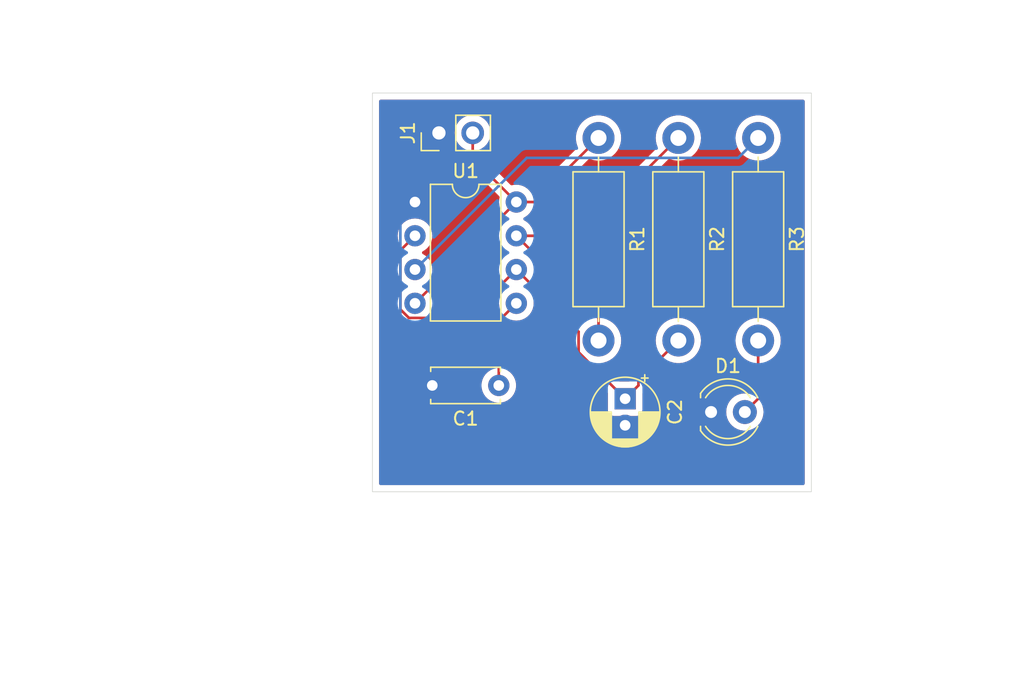
<source format=kicad_pcb>
(kicad_pcb (version 20240108) (generator "pcbnew") (generator_version "8.0")
  (layers (0 "F.Cu" signal) (31 "B.Cu" signal) (34 "B.Paste" user) (35 "F.Paste" user) (36 "B.SilkS" user "B.Silkscreen") (37 "F.SilkS" user "F.Silkscreen") (38 "B.Mask" user) (39 "F.Mask" user) (44 "Edge.Cuts" user))
  (net 0 "")
  (net 1 "GND")
  (net 2 "Net-(U1-CV)")
  (net 3 "Net-(U1-THR)")
  (net 4 "Net-(D1-A)")
  (net 5 "VCC")
  (net 6 "/DIS")
  (net 7 "Net-(U1-Q)")
  (footprint "Package_DIP:DIP-8_W7.62mm" (layer "F.Cu") (at 159.2 97.2)
    (property "Reference" "U1" (at 3.81 -2.33 0) (layer "F.SilkS"))
    (property "Value" "LM555xN")
    (fp_line (start 1.16 -1.33) (end 1.16 8.95) (stroke (width 0.12)) (layer "F.SilkS"))
    (fp_line (start 1.16 8.95) (end 6.46 8.95) (stroke (width 0.12)) (layer "F.SilkS"))
    (fp_line (start 2.81 -1.33) (end 1.16 -1.33) (stroke (width 0.12)) (layer "F.SilkS"))
    (fp_line (start 6.46 -1.33) (end 4.81 -1.33) (stroke (width 0.12)) (layer "F.SilkS"))
    (fp_line (start 6.46 8.95) (end 6.46 -1.33) (stroke (width 0.12)) (layer "F.SilkS"))
    (fp_arc (start 4.81 -1.33) (mid 3.81 -0.33) (end 2.81 -1.33) (stroke (width 0.12)) (layer "F.SilkS"))
    (pad "1" thru_hole rect (at 0 0) (size 1.6 1.6) (drill 0.8) (layers "*.Cu" "*.Mask") (net 1 "GND"))
    (pad "2" thru_hole oval (at 0 2.54) (size 1.6 1.6) (drill 0.8) (layers "*.Cu" "*.Mask") (net 3 "Net-(U1-THR)"))
    (pad "3" thru_hole oval (at 0 5.08) (size 1.6 1.6) (drill 0.8) (layers "*.Cu" "*.Mask") (net 7 "Net-(U1-Q)"))
    (pad "4" thru_hole oval (at 0 7.62) (size 1.6 1.6) (drill 0.8) (layers "*.Cu" "*.Mask") (net 5 "VCC"))
    (pad "5" thru_hole oval (at 7.62 7.62) (size 1.6 1.6) (drill 0.8) (layers "*.Cu" "*.Mask") (net 2 "Net-(U1-CV)"))
    (pad "6" thru_hole oval (at 7.62 5.08) (size 1.6 1.6) (drill 0.8) (layers "*.Cu" "*.Mask") (net 3 "Net-(U1-THR)"))
    (pad "7" thru_hole oval (at 7.62 2.54) (size 1.6 1.6) (drill 0.8) (layers "*.Cu" "*.Mask") (net 6 "/DIS"))
    (pad "8" thru_hole oval (at 7.62 0) (size 1.6 1.6) (drill 0.8) (layers "*.Cu" "*.Mask") (net 5 "VCC"))
  )
  (footprint "Resistor_THT:R_Axial_DIN0411_L9.9mm_D3.6mm_P15.24mm_Horizontal" (layer "F.Cu") (at 173 92.38 -90)
    (property "Reference" "R1" (at 7.62 -2.92 90) (layer "F.SilkS"))
    (property "Value" "R_US")
    (fp_line (start 2.55 1.92) (end 12.69 1.92) (stroke (width 0.12)) (layer "F.SilkS"))
    (fp_line (start 12.69 1.92) (end 12.69 -1.92) (stroke (width 0.12)) (layer "F.SilkS"))
    (fp_line (start 1.44 0) (end 2.55 0) (stroke (width 0.12)) (layer "F.SilkS"))
    (fp_line (start 13.8 0) (end 12.69 0) (stroke (width 0.12)) (layer "F.SilkS"))
    (fp_line (start 2.55 -1.92) (end 2.55 1.92) (stroke (width 0.12)) (layer "F.SilkS"))
    (fp_line (start 12.69 -1.92) (end 2.55 -1.92) (stroke (width 0.12)) (layer "F.SilkS"))
    (pad "1" thru_hole circle (at 0 0 270) (size 2.4 2.4) (drill 1.2) (layers "*.Cu" "*.Mask") (net 5 "VCC"))
    (pad "2" thru_hole oval (at 15.24 0 270) (size 2.4 2.4) (drill 1.2) (layers "*.Cu" "*.Mask") (net 6 "/DIS"))
  )
  (footprint "Resistor_THT:R_Axial_DIN0411_L9.9mm_D3.6mm_P15.24mm_Horizontal" (layer "F.Cu") (at 185 92.38 -90)
    (property "Reference" "R3" (at 7.62 -2.92 90) (layer "F.SilkS"))
    (property "Value" "R_US")
    (fp_line (start 2.55 1.92) (end 12.69 1.92) (stroke (width 0.12)) (layer "F.SilkS"))
    (fp_line (start 12.69 1.92) (end 12.69 -1.92) (stroke (width 0.12)) (layer "F.SilkS"))
    (fp_line (start 1.44 0) (end 2.55 0) (stroke (width 0.12)) (layer "F.SilkS"))
    (fp_line (start 13.8 0) (end 12.69 0) (stroke (width 0.12)) (layer "F.SilkS"))
    (fp_line (start 2.55 -1.92) (end 2.55 1.92) (stroke (width 0.12)) (layer "F.SilkS"))
    (fp_line (start 12.69 -1.92) (end 2.55 -1.92) (stroke (width 0.12)) (layer "F.SilkS"))
    (pad "1" thru_hole circle (at 0 0 270) (size 2.4 2.4) (drill 1.2) (layers "*.Cu" "*.Mask") (net 7 "Net-(U1-Q)"))
    (pad "2" thru_hole oval (at 15.24 0 270) (size 2.4 2.4) (drill 1.2) (layers "*.Cu" "*.Mask") (net 4 "Net-(D1-A)"))
  )
  (footprint "Capacitor_THT:C_Disc_D5.0mm_W2.5mm_P5.00mm" (layer "F.Cu") (at 165.5 111 180)
    (property "Reference" "C1" (at 2.5 -2.5 180) (layer "F.SilkS"))
    (property "Value" "C")
    (fp_line (start 5.12 1.055) (end 5.12 1.37) (stroke (width 0.12)) (layer "F.SilkS"))
    (fp_line (start 5.12 -1.37) (end 5.12 -1.055) (stroke (width 0.12)) (layer "F.SilkS"))
    (fp_line (start -0.12 1.37) (end 5.12 1.37) (stroke (width 0.12)) (layer "F.SilkS"))
    (fp_line (start -0.12 1.055) (end -0.12 1.37) (stroke (width 0.12)) (layer "F.SilkS"))
    (fp_line (start -0.12 -1.37) (end 5.12 -1.37) (stroke (width 0.12)) (layer "F.SilkS"))
    (fp_line (start -0.12 -1.37) (end -0.12 -1.055) (stroke (width 0.12)) (layer "F.SilkS"))
    (pad "1" thru_hole circle (at 0 0 180) (size 1.6 1.6) (drill 0.8) (layers "*.Cu" "*.Mask") (net 2 "Net-(U1-CV)"))
    (pad "2" thru_hole circle (at 5 0 180) (size 1.6 1.6) (drill 0.8) (layers "*.Cu" "*.Mask") (net 1 "GND"))
  )
  (footprint "LED_THT:LED_D4.0mm" (layer "F.Cu") (at 181.46 113)
    (property "Reference" "D1" (at 1.27 -3.46 360) (layer "F.SilkS"))
    (property "Value" "LED")
    (fp_line (start -0.79 -1.399) (end -0.79 -1.08) (stroke (width 0.12)) (layer "F.SilkS"))
    (fp_line (start -0.79 1.08) (end -0.79 1.399) (stroke (width 0.12)) (layer "F.SilkS"))
    (fp_arc (start -0.79 -1.398749) (mid 1.453519 -2.483228) (end 3.513242 -1.080724) (stroke (width 0.12)) (layer "F.SilkS"))
    (fp_arc (start -0.41333 -1.08) (mid 1.269429 -2) (end 2.952713 -1.080961) (stroke (width 0.12)) (layer "F.SilkS"))
    (fp_arc (start 2.952713 1.080961) (mid 1.269429 2) (end -0.41333 1.08) (stroke (width 0.12)) (layer "F.SilkS"))
    (fp_arc (start 3.513242 1.080724) (mid 1.453519 2.483228) (end -0.79 1.398749) (stroke (width 0.12)) (layer "F.SilkS"))
    (pad "1" thru_hole rect (at 0 0) (size 1.8 1.8) (drill 0.9) (layers "*.Cu" "*.Mask") (net 1 "GND"))
    (pad "2" thru_hole circle (at 2.54 0) (size 1.8 1.8) (drill 0.9) (layers "*.Cu" "*.Mask") (net 4 "Net-(D1-A)"))
  )
  (footprint "Connector_PinHeader_2.54mm:PinHeader_1x02_P2.54mm_Vertical" (layer "F.Cu") (at 161 92 90)
    (property "Reference" "J1" (at 0 -2.33 270) (layer "F.SilkS"))
    (property "Value" "Conn_01x02_Pin")
    (fp_line (start -1.33 -1.33) (end 0 -1.33) (stroke (width 0.12)) (layer "F.SilkS"))
    (fp_line (start -1.33 0) (end -1.33 -1.33) (stroke (width 0.12)) (layer "F.SilkS"))
    (fp_line (start 1.33 1.27) (end 1.33 3.87) (stroke (width 0.12)) (layer "F.SilkS"))
    (fp_line (start -1.33 1.27) (end 1.33 1.27) (stroke (width 0.12)) (layer "F.SilkS"))
    (fp_line (start -1.33 1.27) (end -1.33 3.87) (stroke (width 0.12)) (layer "F.SilkS"))
    (fp_line (start -1.33 3.87) (end 1.33 3.87) (stroke (width 0.12)) (layer "F.SilkS"))
    (pad "1" thru_hole rect (at 0 0 90) (size 1.7 1.7) (drill 1) (layers "*.Cu" "*.Mask") (net 1 "GND"))
    (pad "2" thru_hole oval (at 0 2.54 90) (size 1.7 1.7) (drill 1) (layers "*.Cu" "*.Mask") (net 5 "VCC"))
  )
  (footprint "Resistor_THT:R_Axial_DIN0411_L9.9mm_D3.6mm_P15.24mm_Horizontal" (layer "F.Cu") (at 179 92.38 -90)
    (property "Reference" "R2" (at 7.62 -2.92 90) (layer "F.SilkS"))
    (property "Value" "R_US")
    (fp_line (start 2.55 1.92) (end 12.69 1.92) (stroke (width 0.12)) (layer "F.SilkS"))
    (fp_line (start 12.69 1.92) (end 12.69 -1.92) (stroke (width 0.12)) (layer "F.SilkS"))
    (fp_line (start 1.44 0) (end 2.55 0) (stroke (width 0.12)) (layer "F.SilkS"))
    (fp_line (start 13.8 0) (end 12.69 0) (stroke (width 0.12)) (layer "F.SilkS"))
    (fp_line (start 2.55 -1.92) (end 2.55 1.92) (stroke (width 0.12)) (layer "F.SilkS"))
    (fp_line (start 12.69 -1.92) (end 2.55 -1.92) (stroke (width 0.12)) (layer "F.SilkS"))
    (pad "1" thru_hole circle (at 0 0 270) (size 2.4 2.4) (drill 1.2) (layers "*.Cu" "*.Mask") (net 6 "/DIS"))
    (pad "2" thru_hole oval (at 15.24 0 270) (size 2.4 2.4) (drill 1.2) (layers "*.Cu" "*.Mask") (net 3 "Net-(U1-THR)"))
  )
  (footprint "Capacitor_THT:CP_Radial_D5.0mm_P2.00mm" (layer "F.Cu") (at 175 112 -90)
    (property "Reference" "C2" (at 1 -3.75 90) (layer "F.SilkS"))
    (property "Value" "C_Polarized")
    (fp_line (start 1 1.04) (end 1 2.58) (stroke (width 0.12)) (layer "F.SilkS"))
    (fp_line (start 1.04 1.04) (end 1.04 2.58) (stroke (width 0.12)) (layer "F.SilkS"))
    (fp_line (start 1.08 1.04) (end 1.08 2.579) (stroke (width 0.12)) (layer "F.SilkS"))
    (fp_line (start 1.12 1.04) (end 1.12 2.578) (stroke (width 0.12)) (layer "F.SilkS"))
    (fp_line (start 1.16 1.04) (end 1.16 2.576) (stroke (width 0.12)) (layer "F.SilkS"))
    (fp_line (start 1.2 1.04) (end 1.2 2.573) (stroke (width 0.12)) (layer "F.SilkS"))
    (fp_line (start 1.24 1.04) (end 1.24 2.569) (stroke (width 0.12)) (layer "F.SilkS"))
    (fp_line (start 1.28 1.04) (end 1.28 2.565) (stroke (width 0.12)) (layer "F.SilkS"))
    (fp_line (start 1.32 1.04) (end 1.32 2.561) (stroke (width 0.12)) (layer "F.SilkS"))
    (fp_line (start 1.36 1.04) (end 1.36 2.556) (stroke (width 0.12)) (layer "F.SilkS"))
    (fp_line (start 1.4 1.04) (end 1.4 2.55) (stroke (width 0.12)) (layer "F.SilkS"))
    (fp_line (start 1.44 1.04) (end 1.44 2.543) (stroke (width 0.12)) (layer "F.SilkS"))
    (fp_line (start 1.48 1.04) (end 1.48 2.536) (stroke (width 0.12)) (layer "F.SilkS"))
    (fp_line (start 1.52 1.04) (end 1.52 2.528) (stroke (width 0.12)) (layer "F.SilkS"))
    (fp_line (start 1.56 1.04) (end 1.56 2.52) (stroke (width 0.12)) (layer "F.SilkS"))
    (fp_line (start 1.6 1.04) (end 1.6 2.511) (stroke (width 0.12)) (layer "F.SilkS"))
    (fp_line (start 1.64 1.04) (end 1.64 2.501) (stroke (width 0.12)) (layer "F.SilkS"))
    (fp_line (start 1.68 1.04) (end 1.68 2.491) (stroke (width 0.12)) (layer "F.SilkS"))
    (fp_line (start 1.721 1.04) (end 1.721 2.48) (stroke (width 0.12)) (layer "F.SilkS"))
    (fp_line (start 1.761 1.04) (end 1.761 2.468) (stroke (width 0.12)) (layer "F.SilkS"))
    (fp_line (start 1.801 1.04) (end 1.801 2.455) (stroke (width 0.12)) (layer "F.SilkS"))
    (fp_line (start 1.841 1.04) (end 1.841 2.442) (stroke (width 0.12)) (layer "F.SilkS"))
    (fp_line (start 1.881 1.04) (end 1.881 2.428) (stroke (width 0.12)) (layer "F.SilkS"))
    (fp_line (start 1.921 1.04) (end 1.921 2.414) (stroke (width 0.12)) (layer "F.SilkS"))
    (fp_line (start 1.961 1.04) (end 1.961 2.398) (stroke (width 0.12)) (layer "F.SilkS"))
    (fp_line (start 2.001 1.04) (end 2.001 2.382) (stroke (width 0.12)) (layer "F.SilkS"))
    (fp_line (start 2.041 1.04) (end 2.041 2.365) (stroke (width 0.12)) (layer "F.SilkS"))
    (fp_line (start 2.081 1.04) (end 2.081 2.348) (stroke (width 0.12)) (layer "F.SilkS"))
    (fp_line (start 2.121 1.04) (end 2.121 2.329) (stroke (width 0.12)) (layer "F.SilkS"))
    (fp_line (start 2.161 1.04) (end 2.161 2.31) (stroke (width 0.12)) (layer "F.SilkS"))
    (fp_line (start 2.201 1.04) (end 2.201 2.29) (stroke (width 0.12)) (layer "F.SilkS"))
    (fp_line (start 2.241 1.04) (end 2.241 2.268) (stroke (width 0.12)) (layer "F.SilkS"))
    (fp_line (start 2.281 1.04) (end 2.281 2.247) (stroke (width 0.12)) (layer "F.SilkS"))
    (fp_line (start 2.321 1.04) (end 2.321 2.224) (stroke (width 0.12)) (layer "F.SilkS"))
    (fp_line (start 2.361 1.04) (end 2.361 2.2) (stroke (width 0.12)) (layer "F.SilkS"))
    (fp_line (start 2.401 1.04) (end 2.401 2.175) (stroke (width 0.12)) (layer "F.SilkS"))
    (fp_line (start 2.441 1.04) (end 2.441 2.149) (stroke (width 0.12)) (layer "F.SilkS"))
    (fp_line (start 2.481 1.04) (end 2.481 2.122) (stroke (width 0.12)) (layer "F.SilkS"))
    (fp_line (start 2.521 1.04) (end 2.521 2.095) (stroke (width 0.12)) (layer "F.SilkS"))
    (fp_line (start 2.561 1.04) (end 2.561 2.065) (stroke (width 0.12)) (layer "F.SilkS"))
    (fp_line (start 2.601 1.04) (end 2.601 2.035) (stroke (width 0.12)) (layer "F.SilkS"))
    (fp_line (start 2.641 1.04) (end 2.641 2.004) (stroke (width 0.12)) (layer "F.SilkS"))
    (fp_line (start 2.681 1.04) (end 2.681 1.971) (stroke (width 0.12)) (layer "F.SilkS"))
    (fp_line (start 2.721 1.04) (end 2.721 1.937) (stroke (width 0.12)) (layer "F.SilkS"))
    (fp_line (start 2.761 1.04) (end 2.761 1.901) (stroke (width 0.12)) (layer "F.SilkS"))
    (fp_line (start 2.801 1.04) (end 2.801 1.864) (stroke (width 0.12)) (layer "F.SilkS"))
    (fp_line (start 2.841 1.04) (end 2.841 1.826) (stroke (width 0.12)) (layer "F.SilkS"))
    (fp_line (start 2.881 1.04) (end 2.881 1.785) (stroke (width 0.12)) (layer "F.SilkS"))
    (fp_line (start 2.921 1.04) (end 2.921 1.743) (stroke (width 0.12)) (layer "F.SilkS"))
    (fp_line (start 2.961 1.04) (end 2.961 1.699) (stroke (width 0.12)) (layer "F.SilkS"))
    (fp_line (start 3.001 1.04) (end 3.001 1.653) (stroke (width 0.12)) (layer "F.SilkS"))
    (fp_line (start 3.601 -0.284) (end 3.601 0.284) (stroke (width 0.12)) (layer "F.SilkS"))
    (fp_line (start 3.561 -0.518) (end 3.561 0.518) (stroke (width 0.12)) (layer "F.SilkS"))
    (fp_line (start 3.521 -0.677) (end 3.521 0.677) (stroke (width 0.12)) (layer "F.SilkS"))
    (fp_line (start 3.481 -0.805) (end 3.481 0.805) (stroke (width 0.12)) (layer "F.SilkS"))
    (fp_line (start 3.441 -0.915) (end 3.441 0.915) (stroke (width 0.12)) (layer "F.SilkS"))
    (fp_line (start 3.401 -1.011) (end 3.401 1.011) (stroke (width 0.12)) (layer "F.SilkS"))
    (fp_line (start 3.361 -1.098) (end 3.361 1.098) (stroke (width 0.12)) (layer "F.SilkS"))
    (fp_line (start 3.321 -1.178) (end 3.321 1.178) (stroke (width 0.12)) (layer "F.SilkS"))
    (fp_line (start 3.281 -1.251) (end 3.281 1.251) (stroke (width 0.12)) (layer "F.SilkS"))
    (fp_line (start 3.241 -1.319) (end 3.241 1.319) (stroke (width 0.12)) (layer "F.SilkS"))
    (fp_line (start 3.201 -1.383) (end 3.201 1.383) (stroke (width 0.12)) (layer "F.SilkS"))
    (fp_line (start 3.161 -1.443) (end 3.161 1.443) (stroke (width 0.12)) (layer "F.SilkS"))
    (fp_line (start -1.804775 -1.475) (end -1.304775 -1.475) (stroke (width 0.12)) (layer "F.SilkS"))
    (fp_line (start 3.121 -1.5) (end 3.121 1.5) (stroke (width 0.12)) (layer "F.SilkS"))
    (fp_line (start 3.081 -1.554) (end 3.081 1.554) (stroke (width 0.12)) (layer "F.SilkS"))
    (fp_line (start 3.041 -1.605) (end 3.041 1.605) (stroke (width 0.12)) (layer "F.SilkS"))
    (fp_line (start 3.001 -1.653) (end 3.001 -1.04) (stroke (width 0.12)) (layer "F.SilkS"))
    (fp_line (start 2.961 -1.699) (end 2.961 -1.04) (stroke (width 0.12)) (layer "F.SilkS"))
    (fp_line (start -1.554775 -1.725) (end -1.554775 -1.225) (stroke (width 0.12)) (layer "F.SilkS"))
    (fp_line (start 2.921 -1.743) (end 2.921 -1.04) (stroke (width 0.12)) (layer "F.SilkS"))
    (fp_line (start 2.881 -1.785) (end 2.881 -1.04) (stroke (width 0.12)) (layer "F.SilkS"))
    (fp_line (start 2.841 -1.826) (end 2.841 -1.04) (stroke (width 0.12)) (layer "F.SilkS"))
    (fp_line (start 2.801 -1.864) (end 2.801 -1.04) (stroke (width 0.12)) (layer "F.SilkS"))
    (fp_line (start 2.761 -1.901) (end 2.761 -1.04) (stroke (width 0.12)) (layer "F.SilkS"))
    (fp_line (start 2.721 -1.937) (end 2.721 -1.04) (stroke (width 0.12)) (layer "F.SilkS"))
    (fp_line (start 2.681 -1.971) (end 2.681 -1.04) (stroke (width 0.12)) (layer "F.SilkS"))
    (fp_line (start 2.641 -2.004) (end 2.641 -1.04) (stroke (width 0.12)) (layer "F.SilkS"))
    (fp_line (start 2.601 -2.035) (end 2.601 -1.04) (stroke (width 0.12)) (layer "F.SilkS"))
    (fp_line (start 2.561 -2.065) (end 2.561 -1.04) (stroke (width 0.12)) (layer "F.SilkS"))
    (fp_line (start 2.521 -2.095) (end 2.521 -1.04) (stroke (width 0.12)) (layer "F.SilkS"))
    (fp_line (start 2.481 -2.122) (end 2.481 -1.04) (stroke (width 0.12)) (layer "F.SilkS"))
    (fp_line (start 2.441 -2.149) (end 2.441 -1.04) (stroke (width 0.12)) (layer "F.SilkS"))
    (fp_line (start 2.401 -2.175) (end 2.401 -1.04) (stroke (width 0.12)) (layer "F.SilkS"))
    (fp_line (start 2.361 -2.2) (end 2.361 -1.04) (stroke (width 0.12)) (layer "F.SilkS"))
    (fp_line (start 2.321 -2.224) (end 2.321 -1.04) (stroke (width 0.12)) (layer "F.SilkS"))
    (fp_line (start 2.281 -2.247) (end 2.281 -1.04) (stroke (width 0.12)) (layer "F.SilkS"))
    (fp_line (start 2.241 -2.268) (end 2.241 -1.04) (stroke (width 0.12)) (layer "F.SilkS"))
    (fp_line (start 2.201 -2.29) (end 2.201 -1.04) (stroke (width 0.12)) (layer "F.SilkS"))
    (fp_line (start 2.161 -2.31) (end 2.161 -1.04) (stroke (width 0.12)) (layer "F.SilkS"))
    (fp_line (start 2.121 -2.329) (end 2.121 -1.04) (stroke (width 0.12)) (layer "F.SilkS"))
    (fp_line (start 2.081 -2.348) (end 2.081 -1.04) (stroke (width 0.12)) (layer "F.SilkS"))
    (fp_line (start 2.041 -2.365) (end 2.041 -1.04) (stroke (width 0.12)) (layer "F.SilkS"))
    (fp_line (start 2.001 -2.382) (end 2.001 -1.04) (stroke (width 0.12)) (layer "F.SilkS"))
    (fp_line (start 1.961 -2.398) (end 1.961 -1.04) (stroke (width 0.12)) (layer "F.SilkS"))
    (fp_line (start 1.921 -2.414) (end 1.921 -1.04) (stroke (width 0.12)) (layer "F.SilkS"))
    (fp_line (start 1.881 -2.428) (end 1.881 -1.04) (stroke (width 0.12)) (layer "F.SilkS"))
    (fp_line (start 1.841 -2.442) (end 1.841 -1.04) (stroke (width 0.12)) (layer "F.SilkS"))
    (fp_line (start 1.801 -2.455) (end 1.801 -1.04) (stroke (width 0.12)) (layer "F.SilkS"))
    (fp_line (start 1.761 -2.468) (end 1.761 -1.04) (stroke (width 0.12)) (layer "F.SilkS"))
    (fp_line (start 1.721 -2.48) (end 1.721 -1.04) (stroke (width 0.12)) (layer "F.SilkS"))
    (fp_line (start 1.68 -2.491) (end 1.68 -1.04) (stroke (width 0.12)) (layer "F.SilkS"))
    (fp_line (start 1.64 -2.501) (end 1.64 -1.04) (stroke (width 0.12)) (layer "F.SilkS"))
    (fp_line (start 1.6 -2.511) (end 1.6 -1.04) (stroke (width 0.12)) (layer "F.SilkS"))
    (fp_line (start 1.56 -2.52) (end 1.56 -1.04) (stroke (width 0.12)) (layer "F.SilkS"))
    (fp_line (start 1.52 -2.528) (end 1.52 -1.04) (stroke (width 0.12)) (layer "F.SilkS"))
    (fp_line (start 1.48 -2.536) (end 1.48 -1.04) (stroke (width 0.12)) (layer "F.SilkS"))
    (fp_line (start 1.44 -2.543) (end 1.44 -1.04) (stroke (width 0.12)) (layer "F.SilkS"))
    (fp_line (start 1.4 -2.55) (end 1.4 -1.04) (stroke (width 0.12)) (layer "F.SilkS"))
    (fp_line (start 1.36 -2.556) (end 1.36 -1.04) (stroke (width 0.12)) (layer "F.SilkS"))
    (fp_line (start 1.32 -2.561) (end 1.32 -1.04) (stroke (width 0.12)) (layer "F.SilkS"))
    (fp_line (start 1.28 -2.565) (end 1.28 -1.04) (stroke (width 0.12)) (layer "F.SilkS"))
    (fp_line (start 1.24 -2.569) (end 1.24 -1.04) (stroke (width 0.12)) (layer "F.SilkS"))
    (fp_line (start 1.2 -2.573) (end 1.2 -1.04) (stroke (width 0.12)) (layer "F.SilkS"))
    (fp_line (start 1.16 -2.576) (end 1.16 -1.04) (stroke (width 0.12)) (layer "F.SilkS"))
    (fp_line (start 1.12 -2.578) (end 1.12 -1.04) (stroke (width 0.12)) (layer "F.SilkS"))
    (fp_line (start 1.08 -2.579) (end 1.08 -1.04) (stroke (width 0.12)) (layer "F.SilkS"))
    (fp_line (start 1 -2.58) (end 1 -1.04) (stroke (width 0.12)) (layer "F.SilkS"))
    (fp_line (start 1.04 -2.58) (end 1.04 -1.04) (stroke (width 0.12)) (layer "F.SilkS"))
    (fp_circle (center 1 0) (end 3.62 0) (stroke (width 0.12)) (fill none) (layer "F.SilkS"))
    (pad "1" thru_hole rect (at 0 0 270) (size 1.6 1.6) (drill 0.8) (layers "*.Cu" "*.Mask") (net 3 "Net-(U1-THR)"))
    (pad "2" thru_hole circle (at 2 0 270) (size 1.6 1.6) (drill 0.8) (layers "*.Cu" "*.Mask") (net 1 "GND"))
  )
  (gr_rect (start 156 89) (end 189 119) (stroke (width 0.05)) (fill none) (layer "Edge.Cuts"))
  (segment (start 161 95.4) (end 159.2 97.2) (width 0.2) (layer "F.Cu") (net 1))
  (segment (start 161 92) (end 161 95.4) (width 0.2) (layer "F.Cu") (net 1))
  (segment (start 158.1 108.6) (end 160.5 111) (width 0.2) (layer "B.Cu") (net 1))
  (segment (start 160.5 111) (end 163.5 114) (width 0.2) (layer "B.Cu") (net 1))
  (segment (start 175 114) (end 176 114) (width 0.2) (layer "B.Cu") (net 1))
  (segment (start 163.5 114) (end 175 114) (width 0.2) (layer "B.Cu") (net 1))
  (segment (start 177 113) (end 181.46 113) (width 0.2) (layer "B.Cu") (net 1))
  (segment (start 159.2 97.2) (end 158.1 98.3) (width 0.2) (layer "B.Cu") (net 1))
  (segment (start 158.1 98.3) (end 158.1 108.6) (width 0.2) (layer "B.Cu") (net 1))
  (segment (start 176 114) (end 177 113) (width 0.2) (layer "B.Cu") (net 1))
  (segment (start 165.5 106.14) (end 166.82 104.82) (width 0.2) (layer "F.Cu") (net 2))
  (segment (start 165.5 111) (end 165.5 106.14) (width 0.2) (layer "F.Cu") (net 2))
  (segment (start 158.744365 105.92) (end 163.18 105.92) (width 0.2) (layer "F.Cu") (net 3))
  (segment (start 166.82 102.28) (end 171.5 106.96) (width 0.2) (layer "F.Cu") (net 3))
  (segment (start 175 112) (end 176 111) (width 0.2) (layer "F.Cu") (net 3))
  (segment (start 163.18 105.92) (end 166.82 102.28) (width 0.2) (layer "F.Cu") (net 3))
  (segment (start 176 111) (end 176 110.62) (width 0.2) (layer "F.Cu") (net 3))
  (segment (start 176 110.62) (end 179 107.62) (width 0.2) (layer "F.Cu") (net 3))
  (segment (start 158.1 105.275635) (end 158.744365 105.92) (width 0.2) (layer "F.Cu") (net 3))
  (segment (start 171.5 108.5) (end 175 112) (width 0.2) (layer "F.Cu") (net 3))
  (segment (start 159.2 99.74) (end 158.1 100.84) (width 0.2) (layer "F.Cu") (net 3))
  (segment (start 171.5 106.96) (end 171.5 108.5) (width 0.2) (layer "F.Cu") (net 3))
  (segment (start 158.1 100.84) (end 158.1 105.275635) (width 0.2) (layer "F.Cu") (net 3))
  (segment (start 184 113) (end 185 112) (width 0.2) (layer "F.Cu") (net 4))
  (segment (start 185 112) (end 185 107.62) (width 0.2) (layer "F.Cu") (net 4))
  (segment (start 173 92.38) (end 168.18 97.2) (width 0.2) (layer "F.Cu") (net 5))
  (segment (start 163.54 92) (end 163.54 93.92) (width 0.2) (layer "F.Cu") (net 5))
  (segment (start 168.18 97.2) (end 166.82 97.2) (width 0.2) (layer "F.Cu") (net 5))
  (segment (start 163.54 93.92) (end 166.82 97.2) (width 0.2) (layer "F.Cu") (net 5))
  (segment (start 159.2 104.82) (end 166.82 97.2) (width 0.2) (layer "F.Cu") (net 5))
  (segment (start 166.82 99.74) (end 173 105.92) (width 0.2) (layer "F.Cu") (net 6))
  (segment (start 173 105.92) (end 173 107.62) (width 0.2) (layer "F.Cu") (net 6))
  (segment (start 171.64 99.74) (end 179 92.38) (width 0.2) (layer "F.Cu") (net 6))
  (segment (start 166.82 99.74) (end 171.64 99.74) (width 0.2) (layer "F.Cu") (net 6))
  (segment (start 183.5 93.88) (end 185 92.38) (width 0.2) (layer "B.Cu") (net 7))
  (segment (start 167.6 93.88) (end 183.5 93.88) (width 0.2) (layer "B.Cu") (net 7))
  (segment (start 159.2 102.28) (end 167.6 93.88) (width 0.2) (layer "B.Cu") (net 7))
  (zone (net 1) (net_name "GND") (layers "F&B.Cu") (connect_pads yes (clearance 0.5)) (min_thickness 0.25) (fill yes (thermal_gap 0.5) (thermal_bridge_width 0.5))
    (polygon (pts (xy 152 85) (xy 196 82) (xy 205 132) (xy 128 134)))
  )
)
</source>
